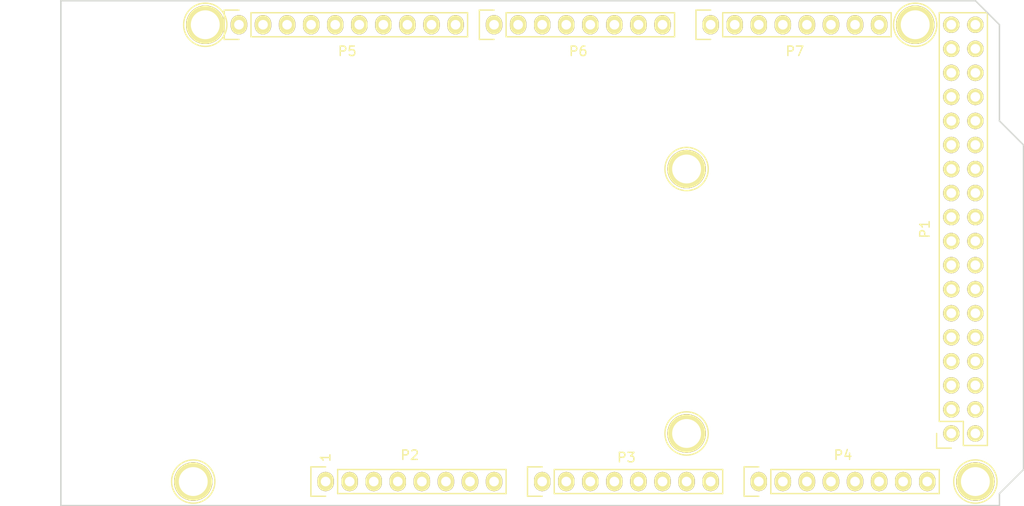
<source format=kicad_pcb>
(kicad_pcb (version 20221018) (generator pcbnew)
  (title_block (date "mar. 31 mars 2015"))
  (layers (0 "F.Cu" signal) (31 "B.Cu" signal) (34 "B.Paste" user) (35 "F.Paste" user) (36 "B.SilkS" user "B.Silkscreen") (37 "F.SilkS" user "F.Silkscreen") (38 "B.Mask" user) (39 "F.Mask" user) (44 "Edge.Cuts" user))
  (net 0 "")
  (net 1 "GND")
  (net 2 "/52(SCK)")
  (net 3 "/53(SS)")
  (net 4 "/50(MISO)")
  (net 5 "/51(MOSI)")
  (net 6 "/48")
  (net 7 "/49")
  (net 8 "/46")
  (net 9 "/47")
  (net 10 "/44")
  (net 11 "/45")
  (net 12 "/42")
  (net 13 "/43")
  (net 14 "/40")
  (net 15 "/41")
  (net 16 "/38")
  (net 17 "/39")
  (net 18 "/36")
  (net 19 "/37")
  (net 20 "/34")
  (net 21 "/35")
  (net 22 "/32")
  (net 23 "/33")
  (net 24 "/30")
  (net 25 "/31")
  (net 26 "/28")
  (net 27 "/29")
  (net 28 "/26")
  (net 29 "/27")
  (net 30 "/24")
  (net 31 "/25")
  (net 32 "/22")
  (net 33 "/23")
  (net 34 "+5V")
  (net 35 "/IOREF")
  (net 36 "/Reset")
  (net 37 "/Vin")
  (net 38 "/A0")
  (net 39 "/A1")
  (net 40 "/A2")
  (net 41 "/A3")
  (net 42 "/A4")
  (net 43 "/A5")
  (net 44 "/A6")
  (net 45 "/A7")
  (net 46 "/A8")
  (net 47 "/A9")
  (net 48 "/A10")
  (net 49 "/A11")
  (net 50 "/A12")
  (net 51 "/A13")
  (net 52 "/A14")
  (net 53 "/A15")
  (net 54 "/SCL")
  (net 55 "/SDA")
  (net 56 "/AREF")
  (net 57 "/13(**)")
  (net 58 "/12(**)")
  (net 59 "/11(**)")
  (net 60 "/10(**)")
  (net 61 "/9(**)")
  (net 62 "/8(**)")
  (net 63 "/7(**)")
  (net 64 "/6(**)")
  (net 65 "/5(**)")
  (net 66 "/4(**)")
  (net 67 "/3(**)")
  (net 68 "/2(**)")
  (net 69 "/20(SDA)")
  (net 70 "/21(SCL)")
  (net 71 "Net-(P8-Pad1)")
  (net 72 "Net-(P9-Pad1)")
  (net 73 "Net-(P10-Pad1)")
  (net 74 "Net-(P11-Pad1)")
  (net 75 "Net-(P12-Pad1)")
  (net 76 "Net-(P13-Pad1)")
  (net 77 "Net-(P2-Pad1)")
  (net 78 "+3V3")
  (net 79 "/1(Tx0)")
  (net 80 "/0(Rx0)")
  (net 81 "/14(Tx3)")
  (net 82 "/15(Rx3)")
  (net 83 "/16(Tx2)")
  (net 84 "/17(Rx2)")
  (net 85 "/18(Tx1)")
  (net 86 "/19(Rx1)")
  (footprint "Socket_Arduino_Mega:Socket_Strip_Arduino_2x18" (layer "F.Cu") (at 197.358 114.046 90)
    (fp_text reference "P1" (at 21.59 -2.794 90) (layer "F.SilkS"))
    (fp_text value "Digital")
    (fp_line (start -1.55 -1.55) (end -1.55 0) (stroke (width 0.15)) (layer "F.SilkS"))
    (fp_line (start -1.27 1.27) (end 1.27 1.27) (stroke (width 0.15)) (layer "F.SilkS"))
    (fp_line (start -1.27 3.81) (end -1.27 1.27) (stroke (width 0.15)) (layer "F.SilkS"))
    (fp_line (start -1.27 3.81) (end 44.45 3.81) (stroke (width 0.15)) (layer "F.SilkS"))
    (fp_line (start 0 -1.55) (end -1.55 -1.55) (stroke (width 0.15)) (layer "F.SilkS"))
    (fp_line (start 1.27 1.27) (end 1.27 -1.27) (stroke (width 0.15)) (layer "F.SilkS"))
    (fp_line (start 44.45 -1.27) (end 1.27 -1.27) (stroke (width 0.15)) (layer "F.SilkS"))
    (fp_line (start 44.45 3.81) (end 44.45 -1.27) (stroke (width 0.15)) (layer "F.SilkS"))
    (pad "1" thru_hole circle locked (at 0 0 90) (size 1.7272 1.7272) (drill 1.016) (layers "*.Cu" "*.Mask" "F.SilkS") (net 1 "GND"))
    (pad "2" thru_hole oval locked (at 0 2.54 90) (size 1.7272 1.7272) (drill 1.016) (layers "*.Cu" "*.Mask" "F.SilkS") (net 1 "GND"))
    (pad "3" thru_hole oval locked (at 2.54 0 90) (size 1.7272 1.7272) (drill 1.016) (layers "*.Cu" "*.Mask" "F.SilkS") (net 2 "/52(SCK)"))
    (pad "4" thru_hole oval locked (at 2.54 2.54 90) (size 1.7272 1.7272) (drill 1.016) (layers "*.Cu" "*.Mask" "F.SilkS") (net 3 "/53(SS)"))
    (pad "5" thru_hole oval locked (at 5.08 0 90) (size 1.7272 1.7272) (drill 1.016) (layers "*.Cu" "*.Mask" "F.SilkS") (net 4 "/50(MISO)"))
    (pad "6" thru_hole oval locked (at 5.08 2.54 90) (size 1.7272 1.7272) (drill 1.016) (layers "*.Cu" "*.Mask" "F.SilkS") (net 5 "/51(MOSI)"))
    (pad "7" thru_hole oval locked (at 7.62 0 90) (size 1.7272 1.7272) (drill 1.016) (layers "*.Cu" "*.Mask" "F.SilkS") (net 6 "/48"))
    (pad "8" thru_hole oval locked (at 7.62 2.54 90) (size 1.7272 1.7272) (drill 1.016) (layers "*.Cu" "*.Mask" "F.SilkS") (net 7 "/49"))
    (pad "9" thru_hole oval locked (at 10.16 0 90) (size 1.7272 1.7272) (drill 1.016) (layers "*.Cu" "*.Mask" "F.SilkS") (net 8 "/46"))
    (pad "10" thru_hole oval locked (at 10.16 2.54 90) (size 1.7272 1.7272) (drill 1.016) (layers "*.Cu" "*.Mask" "F.SilkS") (net 9 "/47"))
    (pad "11" thru_hole oval locked (at 12.7 0 90) (size 1.7272 1.7272) (drill 1.016) (layers "*.Cu" "*.Mask" "F.SilkS") (net 10 "/44"))
    (pad "12" thru_hole oval locked (at 12.7 2.54 90) (size 1.7272 1.7272) (drill 1.016) (layers "*.Cu" "*.Mask" "F.SilkS") (net 11 "/45"))
    (pad "13" thru_hole oval locked (at 15.24 0 90) (size 1.7272 1.7272) (drill 1.016) (layers "*.Cu" "*.Mask" "F.SilkS") (net 12 "/42"))
    (pad "14" thru_hole oval locked (at 15.24 2.54 90) (size 1.7272 1.7272) (drill 1.016) (layers "*.Cu" "*.Mask" "F.SilkS") (net 13 "/43"))
    (pad "15" thru_hole oval locked (at 17.78 0 90) (size 1.7272 1.7272) (drill 1.016) (layers "*.Cu" "*.Mask" "F.SilkS") (net 14 "/40"))
    (pad "16" thru_hole oval locked (at 17.78 2.54 90) (size 1.7272 1.7272) (drill 1.016) (layers "*.Cu" "*.Mask" "F.SilkS") (net 15 "/41"))
    (pad "17" thru_hole oval locked (at 20.32 0 90) (size 1.7272 1.7272) (drill 1.016) (layers "*.Cu" "*.Mask" "F.SilkS") (net 16 "/38"))
    (pad "18" thru_hole oval locked (at 20.32 2.54 90) (size 1.7272 1.7272) (drill 1.016) (layers "*.Cu" "*.Mask" "F.SilkS") (net 17 "/39"))
    (pad "19" thru_hole oval locked (at 22.86 0 90) (size 1.7272 1.7272) (drill 1.016) (layers "*.Cu" "*.Mask" "F.SilkS") (net 18 "/36"))
    (pad "20" thru_hole oval locked (at 22.86 2.54 90) (size 1.7272 1.7272) (drill 1.016) (layers "*.Cu" "*.Mask" "F.SilkS") (net 19 "/37"))
    (pad "21" thru_hole oval locked (at 25.4 0 90) (size 1.7272 1.7272) (drill 1.016) (layers "*.Cu" "*.Mask" "F.SilkS") (net 20 "/34"))
    (pad "22" thru_hole oval locked (at 25.4 2.54 90) (size 1.7272 1.7272) (drill 1.016) (layers "*.Cu" "*.Mask" "F.SilkS") (net 21 "/35"))
    (pad "23" thru_hole oval locked (at 27.94 0 90) (size 1.7272 1.7272) (drill 1.016) (layers "*.Cu" "*.Mask" "F.SilkS") (net 22 "/32"))
    (pad "24" thru_hole oval locked (at 27.94 2.54 90) (size 1.7272 1.7272) (drill 1.016) (layers "*.Cu" "*.Mask" "F.SilkS") (net 23 "/33"))
    (pad "25" thru_hole oval locked (at 30.48 0 90) (size 1.7272 1.7272) (drill 1.016) (layers "*.Cu" "*.Mask" "F.SilkS") (net 24 "/30"))
    (pad "26" thru_hole oval locked (at 30.48 2.54 90) (size 1.7272 1.7272) (drill 1.016) (layers "*.Cu" "*.Mask" "F.SilkS") (net 25 "/31"))
    (pad "27" thru_hole oval locked (at 33.02 0 90) (size 1.7272 1.7272) (drill 1.016) (layers "*.Cu" "*.Mask" "F.SilkS") (net 26 "/28"))
    (pad "28" thru_hole oval locked (at 33.02 2.54 90) (size 1.7272 1.7272) (drill 1.016) (layers "*.Cu" "*.Mask" "F.SilkS") (net 27 "/29"))
    (pad "29" thru_hole oval locked (at 35.56 0 90) (size 1.7272 1.7272) (drill 1.016) (layers "*.Cu" "*.Mask" "F.SilkS") (net 28 "/26"))
    (pad "30" thru_hole oval locked (at 35.56 2.54 90) (size 1.7272 1.7272) (drill 1.016) (layers "*.Cu" "*.Mask" "F.SilkS") (net 29 "/27"))
    (pad "31" thru_hole oval locked (at 38.1 0 90) (size 1.7272 1.7272) (drill 1.016) (layers "*.Cu" "*.Mask" "F.SilkS") (net 30 "/24"))
    (pad "32" thru_hole oval locked (at 38.1 2.54 90) (size 1.7272 1.7272) (drill 1.016) (layers "*.Cu" "*.Mask" "F.SilkS") (net 31 "/25"))
    (pad "33" thru_hole oval locked (at 40.64 0 90) (size 1.7272 1.7272) (drill 1.016) (layers "*.Cu" "*.Mask" "F.SilkS") (net 32 "/22"))
    (pad "34" thru_hole oval locked (at 40.64 2.54 90) (size 1.7272 1.7272) (drill 1.016) (layers "*.Cu" "*.Mask" "F.SilkS") (net 33 "/23"))
    (pad "35" thru_hole oval locked (at 43.18 0 90) (size 1.7272 1.7272) (drill 1.016) (layers "*.Cu" "*.Mask" "F.SilkS") (net 34 "+5V"))
    (pad "36" thru_hole oval locked (at 43.18 2.54 90) (size 1.7272 1.7272) (drill 1.016) (layers "*.Cu" "*.Mask" "F.SilkS") (net 34 "+5V"))
  )
  (footprint "Socket_Arduino_Mega:Socket_Strip_Arduino_1x08" (layer "F.Cu") (at 131.318 119.126)
    (fp_text reference "P2" (at 8.89 -2.794) (layer "F.SilkS"))
    (fp_text value "Power")
    (fp_line (start -1.55 -1.55) (end -1.55 1.55) (stroke (width 0.15)) (layer "F.SilkS"))
    (fp_line (start -1.55 1.55) (end 0 1.55) (stroke (width 0.15)) (layer "F.SilkS"))
    (fp_line (start 0 -1.55) (end -1.55 -1.55) (stroke (width 0.15)) (layer "F.SilkS"))
    (fp_line (start 1.27 1.27) (end 1.27 -1.27) (stroke (width 0.15)) (layer "F.SilkS"))
    (fp_line (start 1.27 1.27) (end 19.05 1.27) (stroke (width 0.15)) (layer "F.SilkS"))
    (fp_line (start 19.05 -1.27) (end 1.27 -1.27) (stroke (width 0.15)) (layer "F.SilkS"))
    (fp_line (start 19.05 1.27) (end 19.05 -1.27) (stroke (width 0.15)) (layer "F.SilkS"))
    (pad "1" thru_hole oval locked (at 0 0) (size 1.7272 2.032) (drill 1.016) (layers "*.Cu" "*.Mask" "F.SilkS") (net 77 "Net-(P2-Pad1)"))
    (pad "2" thru_hole oval locked (at 2.54 0) (size 1.7272 2.032) (drill 1.016) (layers "*.Cu" "*.Mask" "F.SilkS") (net 35 "/IOREF"))
    (pad "3" thru_hole oval locked (at 5.08 0) (size 1.7272 2.032) (drill 1.016) (layers "*.Cu" "*.Mask" "F.SilkS") (net 36 "/Reset"))
    (pad "4" thru_hole oval locked (at 7.62 0) (size 1.7272 2.032) (drill 1.016) (layers "*.Cu" "*.Mask" "F.SilkS") (net 78 "+3V3"))
    (pad "5" thru_hole oval locked (at 10.16 0) (size 1.7272 2.032) (drill 1.016) (layers "*.Cu" "*.Mask" "F.SilkS") (net 34 "+5V"))
    (pad "6" thru_hole oval locked (at 12.7 0) (size 1.7272 2.032) (drill 1.016) (layers "*.Cu" "*.Mask" "F.SilkS") (net 1 "GND"))
    (pad "7" thru_hole oval locked (at 15.24 0) (size 1.7272 2.032) (drill 1.016) (layers "*.Cu" "*.Mask" "F.SilkS") (net 1 "GND"))
    (pad "8" thru_hole oval locked (at 17.78 0) (size 1.7272 2.032) (drill 1.016) (layers "*.Cu" "*.Mask" "F.SilkS") (net 37 "/Vin"))
  )
  (footprint "Socket_Arduino_Mega:Socket_Strip_Arduino_1x08" (layer "F.Cu") (at 154.178 119.126)
    (fp_text reference "P3" (at 8.89 -2.54) (layer "F.SilkS"))
    (fp_text value "Analog")
    (fp_line (start -1.55 -1.55) (end -1.55 1.55) (stroke (width 0.15)) (layer "F.SilkS"))
    (fp_line (start -1.55 1.55) (end 0 1.55) (stroke (width 0.15)) (layer "F.SilkS"))
    (fp_line (start 0 -1.55) (end -1.55 -1.55) (stroke (width 0.15)) (layer "F.SilkS"))
    (fp_line (start 1.27 1.27) (end 1.27 -1.27) (stroke (width 0.15)) (layer "F.SilkS"))
    (fp_line (start 1.27 1.27) (end 19.05 1.27) (stroke (width 0.15)) (layer "F.SilkS"))
    (fp_line (start 19.05 -1.27) (end 1.27 -1.27) (stroke (width 0.15)) (layer "F.SilkS"))
    (fp_line (start 19.05 1.27) (end 19.05 -1.27) (stroke (width 0.15)) (layer "F.SilkS"))
    (pad "1" thru_hole oval locked (at 0 0) (size 1.7272 2.032) (drill 1.016) (layers "*.Cu" "*.Mask" "F.SilkS") (net 38 "/A0"))
    (pad "2" thru_hole oval locked (at 2.54 0) (size 1.7272 2.032) (drill 1.016) (layers "*.Cu" "*.Mask" "F.SilkS") (net 39 "/A1"))
    (pad "3" thru_hole oval locked (at 5.08 0) (size 1.7272 2.032) (drill 1.016) (layers "*.Cu" "*.Mask" "F.SilkS") (net 40 "/A2"))
    (pad "4" thru_hole oval locked (at 7.62 0) (size 1.7272 2.032) (drill 1.016) (layers "*.Cu" "*.Mask" "F.SilkS") (net 41 "/A3"))
    (pad "5" thru_hole oval locked (at 10.16 0) (size 1.7272 2.032) (drill 1.016) (layers "*.Cu" "*.Mask" "F.SilkS") (net 42 "/A4"))
    (pad "6" thru_hole oval locked (at 12.7 0) (size 1.7272 2.032) (drill 1.016) (layers "*.Cu" "*.Mask" "F.SilkS") (net 43 "/A5"))
    (pad "7" thru_hole oval locked (at 15.24 0) (size 1.7272 2.032) (drill 1.016) (layers "*.Cu" "*.Mask" "F.SilkS") (net 44 "/A6"))
    (pad "8" thru_hole oval locked (at 17.78 0) (size 1.7272 2.032) (drill 1.016) (layers "*.Cu" "*.Mask" "F.SilkS") (net 45 "/A7"))
  )
  (footprint "Socket_Arduino_Mega:Socket_Strip_Arduino_1x08" (layer "F.Cu") (at 177.038 119.126)
    (fp_text reference "P4" (at 8.89 -2.794) (layer "F.SilkS"))
    (fp_text value "Analog")
    (fp_line (start -1.55 -1.55) (end -1.55 1.55) (stroke (width 0.15)) (layer "F.SilkS"))
    (fp_line (start -1.55 1.55) (end 0 1.55) (stroke (width 0.15)) (layer "F.SilkS"))
    (fp_line (start 0 -1.55) (end -1.55 -1.55) (stroke (width 0.15)) (layer "F.SilkS"))
    (fp_line (start 1.27 1.27) (end 1.27 -1.27) (stroke (width 0.15)) (layer "F.SilkS"))
    (fp_line (start 1.27 1.27) (end 19.05 1.27) (stroke (width 0.15)) (layer "F.SilkS"))
    (fp_line (start 19.05 -1.27) (end 1.27 -1.27) (stroke (width 0.15)) (layer "F.SilkS"))
    (fp_line (start 19.05 1.27) (end 19.05 -1.27) (stroke (width 0.15)) (layer "F.SilkS"))
    (pad "1" thru_hole oval locked (at 0 0) (size 1.7272 2.032) (drill 1.016) (layers "*.Cu" "*.Mask" "F.SilkS") (net 46 "/A8"))
    (pad "2" thru_hole oval locked (at 2.54 0) (size 1.7272 2.032) (drill 1.016) (layers "*.Cu" "*.Mask" "F.SilkS") (net 47 "/A9"))
    (pad "3" thru_hole oval locked (at 5.08 0) (size 1.7272 2.032) (drill 1.016) (layers "*.Cu" "*.Mask" "F.SilkS") (net 48 "/A10"))
    (pad "4" thru_hole oval locked (at 7.62 0) (size 1.7272 2.032) (drill 1.016) (layers "*.Cu" "*.Mask" "F.SilkS") (net 49 "/A11"))
    (pad "5" thru_hole oval locked (at 10.16 0) (size 1.7272 2.032) (drill 1.016) (layers "*.Cu" "*.Mask" "F.SilkS") (net 50 "/A12"))
    (pad "6" thru_hole oval locked (at 12.7 0) (size 1.7272 2.032) (drill 1.016) (layers "*.Cu" "*.Mask" "F.SilkS") (net 51 "/A13"))
    (pad "7" thru_hole oval locked (at 15.24 0) (size 1.7272 2.032) (drill 1.016) (layers "*.Cu" "*.Mask" "F.SilkS") (net 52 "/A14"))
    (pad "8" thru_hole oval locked (at 17.78 0) (size 1.7272 2.032) (drill 1.016) (layers "*.Cu" "*.Mask" "F.SilkS") (net 53 "/A15"))
  )
  (footprint "Socket_Arduino_Mega:Socket_Strip_Arduino_1x10" (layer "F.Cu") (at 122.174 70.866)
    (fp_text reference "P5" (at 11.43 2.794) (layer "F.SilkS"))
    (fp_text value "PWM")
    (fp_line (start -1.55 -1.55) (end -1.55 1.55) (stroke (width 0.15)) (layer "F.SilkS"))
    (fp_line (start -1.55 1.55) (end 0 1.55) (stroke (width 0.15)) (layer "F.SilkS"))
    (fp_line (start 0 -1.55) (end -1.55 -1.55) (stroke (width 0.15)) (layer "F.SilkS"))
    (fp_line (start 1.27 1.27) (end 1.27 -1.27) (stroke (width 0.15)) (layer "F.SilkS"))
    (fp_line (start 1.27 1.27) (end 24.13 1.27) (stroke (width 0.15)) (layer "F.SilkS"))
    (fp_line (start 24.13 -1.27) (end 1.27 -1.27) (stroke (width 0.15)) (layer "F.SilkS"))
    (fp_line (start 24.13 1.27) (end 24.13 -1.27) (stroke (width 0.15)) (layer "F.SilkS"))
    (pad "1" thru_hole oval locked (at 0 0) (size 1.7272 2.032) (drill 1.016) (layers "*.Cu" "*.Mask" "F.SilkS") (net 54 "/SCL"))
    (pad "2" thru_hole oval locked (at 2.54 0) (size 1.7272 2.032) (drill 1.016) (layers "*.Cu" "*.Mask" "F.SilkS") (net 55 "/SDA"))
    (pad "3" thru_hole oval locked (at 5.08 0) (size 1.7272 2.032) (drill 1.016) (layers "*.Cu" "*.Mask" "F.SilkS") (net 56 "/AREF"))
    (pad "4" thru_hole oval locked (at 7.62 0) (size 1.7272 2.032) (drill 1.016) (layers "*.Cu" "*.Mask" "F.SilkS") (net 1 "GND"))
    (pad "5" thru_hole oval locked (at 10.16 0) (size 1.7272 2.032) (drill 1.016) (layers "*.Cu" "*.Mask" "F.SilkS") (net 57 "/13(**)"))
    (pad "6" thru_hole oval locked (at 12.7 0) (size 1.7272 2.032) (drill 1.016) (layers "*.Cu" "*.Mask" "F.SilkS") (net 58 "/12(**)"))
    (pad "7" thru_hole oval locked (at 15.24 0) (size 1.7272 2.032) (drill 1.016) (layers "*.Cu" "*.Mask" "F.SilkS") (net 59 "/11(**)"))
    (pad "8" thru_hole oval locked (at 17.78 0) (size 1.7272 2.032) (drill 1.016) (layers "*.Cu" "*.Mask" "F.SilkS") (net 60 "/10(**)"))
    (pad "9" thru_hole oval locked (at 20.32 0) (size 1.7272 2.032) (drill 1.016) (layers "*.Cu" "*.Mask" "F.SilkS") (net 61 "/9(**)"))
    (pad "10" thru_hole oval locked (at 22.86 0) (size 1.7272 2.032) (drill 1.016) (layers "*.Cu" "*.Mask" "F.SilkS") (net 62 "/8(**)"))
  )
  (footprint "Socket_Arduino_Mega:Socket_Strip_Arduino_1x08" (layer "F.Cu") (at 149.098 70.866)
    (fp_text reference "P6" (at 8.89 2.794) (layer "F.SilkS"))
    (fp_text value "PWM")
    (fp_line (start -1.55 -1.55) (end -1.55 1.55) (stroke (width 0.15)) (layer "F.SilkS"))
    (fp_line (start -1.55 1.55) (end 0 1.55) (stroke (width 0.15)) (layer "F.SilkS"))
    (fp_line (start 0 -1.55) (end -1.55 -1.55) (stroke (width 0.15)) (layer "F.SilkS"))
    (fp_line (start 1.27 1.27) (end 1.27 -1.27) (stroke (width 0.15)) (layer "F.SilkS"))
    (fp_line (start 1.27 1.27) (end 19.05 1.27) (stroke (width 0.15)) (layer "F.SilkS"))
    (fp_line (start 19.05 -1.27) (end 1.27 -1.27) (stroke (width 0.15)) (layer "F.SilkS"))
    (fp_line (start 19.05 1.27) (end 19.05 -1.27) (stroke (width 0.15)) (layer "F.SilkS"))
    (pad "1" thru_hole oval locked (at 0 0) (size 1.7272 2.032) (drill 1.016) (layers "*.Cu" "*.Mask" "F.SilkS") (net 63 "/7(**)"))
    (pad "2" thru_hole oval locked (at 2.54 0) (size 1.7272 2.032) (drill 1.016) (layers "*.Cu" "*.Mask" "F.SilkS") (net 64 "/6(**)"))
    (pad "3" thru_hole oval locked (at 5.08 0) (size 1.7272 2.032) (drill 1.016) (layers "*.Cu" "*.Mask" "F.SilkS") (net 65 "/5(**)"))
    (pad "4" thru_hole oval locked (at 7.62 0) (size 1.7272 2.032) (drill 1.016) (layers "*.Cu" "*.Mask" "F.SilkS") (net 66 "/4(**)"))
    (pad "5" thru_hole oval locked (at 10.16 0) (size 1.7272 2.032) (drill 1.016) (layers "*.Cu" "*.Mask" "F.SilkS") (net 67 "/3(**)"))
    (pad "6" thru_hole oval locked (at 12.7 0) (size 1.7272 2.032) (drill 1.016) (layers "*.Cu" "*.Mask" "F.SilkS") (net 68 "/2(**)"))
    (pad "7" thru_hole oval locked (at 15.24 0) (size 1.7272 2.032) (drill 1.016) (layers "*.Cu" "*.Mask" "F.SilkS") (net 79 "/1(Tx0)"))
    (pad "8" thru_hole oval locked (at 17.78 0) (size 1.7272 2.032) (drill 1.016) (layers "*.Cu" "*.Mask" "F.SilkS") (net 80 "/0(Rx0)"))
  )
  (footprint "Socket_Arduino_Mega:Socket_Strip_Arduino_1x08" (layer "F.Cu") (at 171.958 70.866)
    (fp_text reference "P7" (at 8.89 2.794) (layer "F.SilkS"))
    (fp_text value "Communication")
    (fp_line (start -1.55 -1.55) (end -1.55 1.55) (stroke (width 0.15)) (layer "F.SilkS"))
    (fp_line (start -1.55 1.55) (end 0 1.55) (stroke (width 0.15)) (layer "F.SilkS"))
    (fp_line (start 0 -1.55) (end -1.55 -1.55) (stroke (width 0.15)) (layer "F.SilkS"))
    (fp_line (start 1.27 1.27) (end 1.27 -1.27) (stroke (width 0.15)) (layer "F.SilkS"))
    (fp_line (start 1.27 1.27) (end 19.05 1.27) (stroke (width 0.15)) (layer "F.SilkS"))
    (fp_line (start 19.05 -1.27) (end 1.27 -1.27) (stroke (width 0.15)) (layer "F.SilkS"))
    (fp_line (start 19.05 1.27) (end 19.05 -1.27) (stroke (width 0.15)) (layer "F.SilkS"))
    (pad "1" thru_hole oval locked (at 0 0) (size 1.7272 2.032) (drill 1.016) (layers "*.Cu" "*.Mask" "F.SilkS") (net 81 "/14(Tx3)"))
    (pad "2" thru_hole oval locked (at 2.54 0) (size 1.7272 2.032) (drill 1.016) (layers "*.Cu" "*.Mask" "F.SilkS") (net 82 "/15(Rx3)"))
    (pad "3" thru_hole oval locked (at 5.08 0) (size 1.7272 2.032) (drill 1.016) (layers "*.Cu" "*.Mask" "F.SilkS") (net 83 "/16(Tx2)"))
    (pad "4" thru_hole oval locked (at 7.62 0) (size 1.7272 2.032) (drill 1.016) (layers "*.Cu" "*.Mask" "F.SilkS") (net 84 "/17(Rx2)"))
    (pad "5" thru_hole oval locked (at 10.16 0) (size 1.7272 2.032) (drill 1.016) (layers "*.Cu" "*.Mask" "F.SilkS") (net 85 "/18(Tx1)"))
    (pad "6" thru_hole oval locked (at 12.7 0) (size 1.7272 2.032) (drill 1.016) (layers "*.Cu" "*.Mask" "F.SilkS") (net 86 "/19(Rx1)"))
    (pad "7" thru_hole oval locked (at 15.24 0) (size 1.7272 2.032) (drill 1.016) (layers "*.Cu" "*.Mask" "F.SilkS") (net 69 "/20(SDA)"))
    (pad "8" thru_hole oval locked (at 17.78 0) (size 1.7272 2.032) (drill 1.016) (layers "*.Cu" "*.Mask" "F.SilkS") (net 70 "/21(SCL)"))
  )
  (footprint "Socket_Arduino_Mega:Arduino_1pin" (layer "F.Cu") (at 117.348 119.126)
    (fp_text reference "P8" hide)
    (fp_text value "CONN_01X01" hide)
    (fp_circle (center 0 0) (end 0 -2.286) (stroke (width 0.15)) (fill none) (layer "F.SilkS"))
    (pad "1" thru_hole circle locked (at 0 0) (size 4.064 4.064) (drill 3.048) (layers "*.Cu" "*.Mask" "F.SilkS") (net 71 "Net-(P8-Pad1)"))
  )
  (footprint "Socket_Arduino_Mega:Arduino_1pin" (layer "F.Cu") (at 169.418 114.046)
    (fp_text reference "P9" hide)
    (fp_text value "CONN_01X01" hide)
    (fp_circle (center 0 0) (end 0 -2.286) (stroke (width 0.15)) (fill none) (layer "F.SilkS"))
    (pad "1" thru_hole circle locked (at 0 0) (size 4.064 4.064) (drill 3.048) (layers "*.Cu" "*.Mask" "F.SilkS") (net 72 "Net-(P9-Pad1)"))
  )
  (footprint "Socket_Arduino_Mega:Arduino_1pin" (layer "F.Cu") (at 199.898 119.126)
    (fp_text reference "P10" hide)
    (fp_text value "CONN_01X01" hide)
    (fp_circle (center 0 0) (end 0 -2.286) (stroke (width 0.15)) (fill none) (layer "F.SilkS"))
    (pad "1" thru_hole circle locked (at 0 0) (size 4.064 4.064) (drill 3.048) (layers "*.Cu" "*.Mask" "F.SilkS") (net 73 "Net-(P10-Pad1)"))
  )
  (footprint "Socket_Arduino_Mega:Arduino_1pin" (layer "F.Cu") (at 118.618 70.866)
    (fp_text reference "P11" hide)
    (fp_text value "CONN_01X01" hide)
    (fp_circle (center 0 0) (end 0 -2.286) (stroke (width 0.15)) (fill none) (layer "F.SilkS"))
    (pad "1" thru_hole circle locked (at 0 0) (size 4.064 4.064) (drill 3.048) (layers "*.Cu" "*.Mask" "F.SilkS") (net 74 "Net-(P11-Pad1)"))
  )
  (footprint "Socket_Arduino_Mega:Arduino_1pin" (layer "F.Cu") (at 169.418 86.106)
    (fp_text reference "P12" hide)
    (fp_text value "CONN_01X01" hide)
    (fp_circle (center 0 0) (end 0 -2.286) (stroke (width 0.15)) (fill none) (layer "F.SilkS"))
    (pad "1" thru_hole circle locked (at 0 0) (size 4.064 4.064) (drill 3.048) (layers "*.Cu" "*.Mask" "F.SilkS") (net 75 "Net-(P12-Pad1)"))
  )
  (footprint "Socket_Arduino_Mega:Arduino_1pin" (layer "F.Cu") (at 193.548 70.866)
    (fp_text reference "P13" hide)
    (fp_text value "CONN_01X01" hide)
    (fp_circle (center 0 0) (end 0 -2.286) (stroke (width 0.15)) (fill none) (layer "F.SilkS"))
    (pad "1" thru_hole circle locked (at 0 0) (size 4.064 4.064) (drill 3.048) (layers "*.Cu" "*.Mask" "F.SilkS") (net 76 "Net-(P13-Pad1)"))
  )
  (gr_line (start 202.438 121.666) (end 103.378 121.666) (stroke (width 0.15)) (layer "Edge.Cuts"))
  (gr_line (start 202.438 120.396) (end 202.438 121.666) (stroke (width 0.15)) (layer "Edge.Cuts"))
  (gr_line (start 204.978 83.566) (end 204.978 117.856) (stroke (width 0.15)) (layer "Edge.Cuts"))
  (gr_line (start 202.438 81.026) (end 204.978 83.566) (stroke (width 0.15)) (layer "Edge.Cuts"))
  (gr_line (start 204.978 117.856) (end 202.438 120.396) (stroke (width 0.15)) (layer "Edge.Cuts"))
  (gr_line (start 199.898 68.326) (end 202.438 70.866) (stroke (width 0.15)) (layer "Edge.Cuts"))
  (gr_line (start 103.378 121.666) (end 103.378 68.326) (stroke (width 0.15)) (layer "Edge.Cuts"))
  (gr_line (start 103.378 68.326) (end 199.898 68.326) (stroke (width 0.15)) (layer "Edge.Cuts"))
  (gr_line (start 202.438 70.866) (end 202.438 81.026) (stroke (width 0.15)) (layer "Edge.Cuts"))
  (gr_text "1" (at 131.318 116.586 90) (layer "F.SilkS") (effects (font (size 1 1))))
)
</source>
